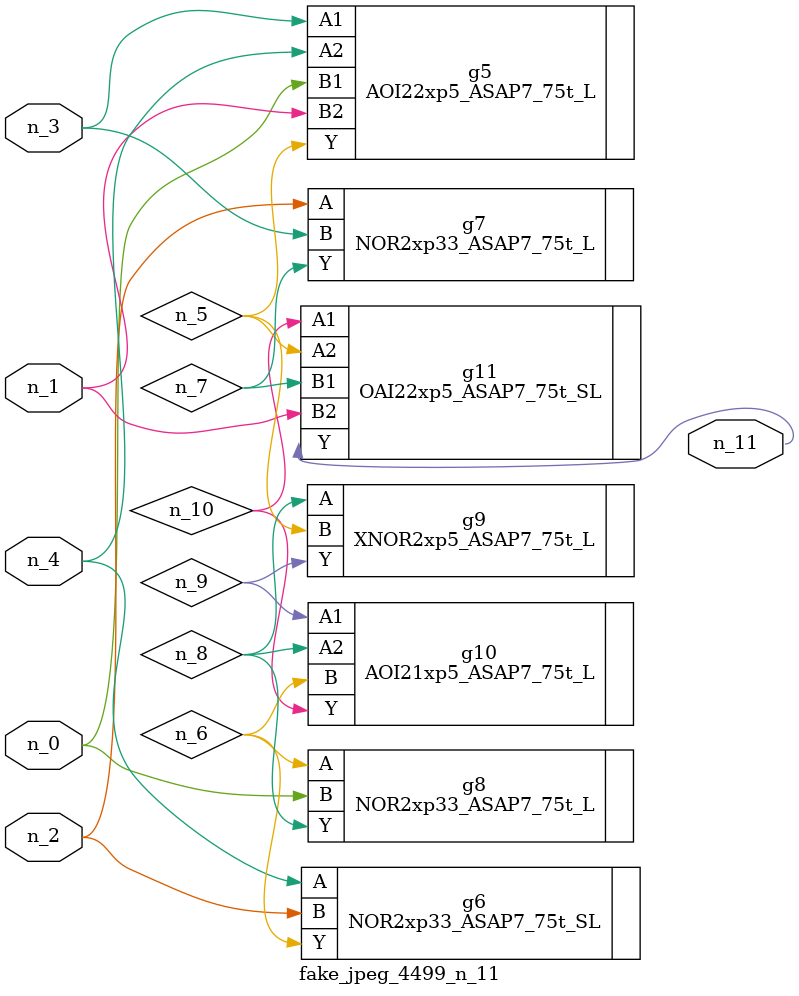
<source format=v>
module fake_jpeg_4499_n_11 (n_3, n_2, n_1, n_0, n_4, n_11);

input n_3;
input n_2;
input n_1;
input n_0;
input n_4;

output n_11;

wire n_10;
wire n_8;
wire n_9;
wire n_6;
wire n_5;
wire n_7;

AOI22xp5_ASAP7_75t_L g5 ( 
.A1(n_3),
.A2(n_4),
.B1(n_0),
.B2(n_1),
.Y(n_5)
);

NOR2xp33_ASAP7_75t_SL g6 ( 
.A(n_4),
.B(n_2),
.Y(n_6)
);

NOR2xp33_ASAP7_75t_L g7 ( 
.A(n_2),
.B(n_3),
.Y(n_7)
);

NOR2xp33_ASAP7_75t_L g8 ( 
.A(n_6),
.B(n_0),
.Y(n_8)
);

XNOR2xp5_ASAP7_75t_L g9 ( 
.A(n_8),
.B(n_5),
.Y(n_9)
);

AOI21xp5_ASAP7_75t_L g10 ( 
.A1(n_9),
.A2(n_8),
.B(n_6),
.Y(n_10)
);

OAI22xp5_ASAP7_75t_SL g11 ( 
.A1(n_10),
.A2(n_5),
.B1(n_7),
.B2(n_1),
.Y(n_11)
);


endmodule
</source>
